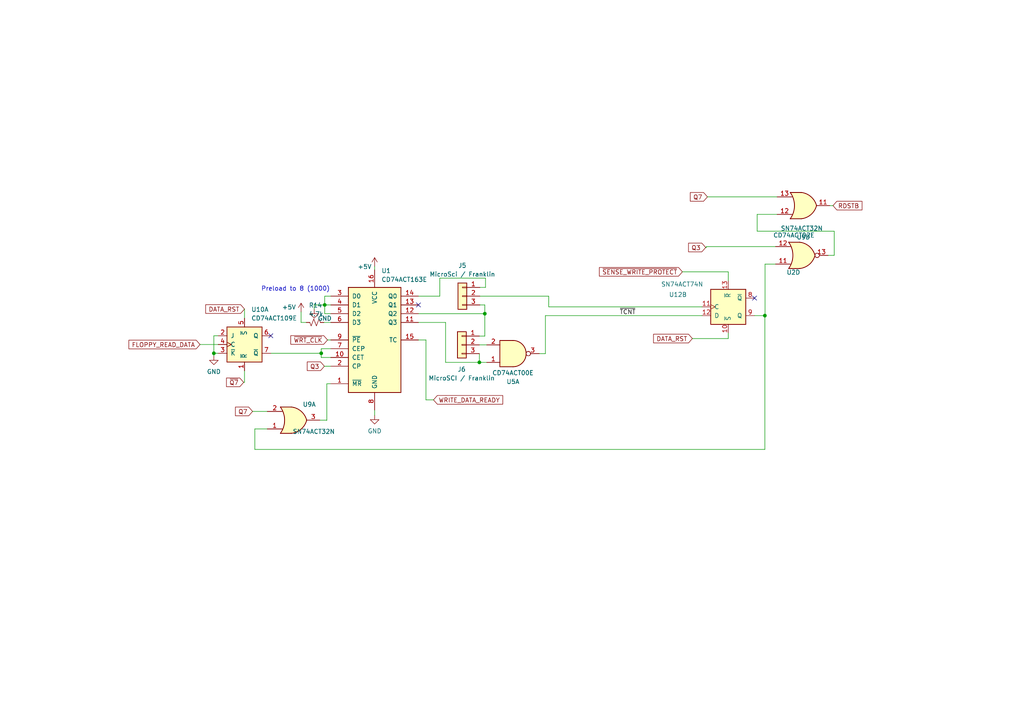
<source format=kicad_sch>
(kicad_sch (version 20230121) (generator eeschema)
  (paper "A4")
  (lib_symbols
    (symbol "74xx:74LS00" (pin_names (offset 1.016))
      (property "Reference" "U" (at 0 1.27 0))
      (property "Value" "74LS00" (at 0 -1.27 0))
      (symbol "74LS00_1_1"
        (arc (start 0 -3.81) (mid 3.7934 0) (end 0 3.81) (stroke (width 0.254)) (fill (type background)))
        (polyline (pts (xy 0 3.81) (xy -3.81 3.81) (xy -3.81 -3.81) (xy 0 -3.81)) (stroke (width 0.254)) (fill (type background)))
        (pin input line (at -7.62 2.54 0) (length 3.81) (name "~") (number "1"))
        (pin input line (at -7.62 -2.54 0) (length 3.81) (name "~") (number "2"))
        (pin output inverted (at 7.62 0 180) (length 3.81) (name "~") (number "3"))
      )
      (symbol "74LS00_1_2"
        (arc (start -3.81 -3.81) (mid -2.589 0) (end -3.81 3.81) (stroke (width 0.254)))
        (arc (start -0.6096 -3.81) (mid 2.1842 -2.5851) (end 3.81 0) (stroke (width 0.254)) (fill (type background)))
        (polyline (pts (xy -3.81 -3.81) (xy -0.635 -3.81)) (stroke (width 0.254)) (fill (type background)))
        (polyline (pts (xy -3.81 3.81) (xy -0.635 3.81)) (stroke (width 0.254)) (fill (type background)))
        (polyline (pts (xy -0.635 3.81) (xy -3.81 3.81) (xy -3.81 3.81) (xy -3.556 3.4036) (xy -3.0226 2.2606) (xy -2.6924 1.0414) (xy -2.6162 -0.254) (xy -2.7686 -1.4986) (xy -3.175 -2.7178) (xy -3.81 -3.81) (xy -3.81 -3.81) (xy -0.635 -3.81)) (stroke (width -25.4)) (fill (type background)))
        (arc (start 3.81 0) (mid 2.1915 2.5936) (end -0.6096 3.81) (stroke (width 0.254)) (fill (type background)))
        (pin input inverted (at -7.62 2.54 0) (length 4.318) (name "~") (number "1"))
        (pin input inverted (at -7.62 -2.54 0) (length 4.318) (name "~") (number "2"))
        (pin output line (at 7.62 0 180) (length 3.81) (name "~") (number "3"))
      )
      (symbol "74LS00_2_1"
        (arc (start 0 -3.81) (mid 3.7934 0) (end 0 3.81) (stroke (width 0.254)) (fill (type background)))
        (polyline (pts (xy 0 3.81) (xy -3.81 3.81) (xy -3.81 -3.81) (xy 0 -3.81)) (stroke (width 0.254)) (fill (type background)))
        (pin input line (at -7.62 2.54 0) (length 3.81) (name "~") (number "4"))
        (pin input line (at -7.62 -2.54 0) (length 3.81) (name "~") (number "5"))
        (pin output inverted (at 7.62 0 180) (length 3.81) (name "~") (number "6"))
      )
      (symbol "74LS00_2_2"
        (arc (start -3.81 -3.81) (mid -2.589 0) (end -3.81 3.81) (stroke (width 0.254)))
        (arc (start -0.6096 -3.81) (mid 2.1842 -2.5851) (end 3.81 0) (stroke (width 0.254)) (fill (type background)))
        (polyline (pts (xy -3.81 -3.81) (xy -0.635 -3.81)) (stroke (width 0.254)) (fill (type background)))
        (polyline (pts (xy -3.81 3.81) (xy -0.635 3.81)) (stroke (width 0.254)) (fill (type background)))
        (polyline (pts (xy -0.635 3.81) (xy -3.81 3.81) (xy -3.81 3.81) (xy -3.556 3.4036) (xy -3.0226 2.2606) (xy -2.6924 1.0414) (xy -2.6162 -0.254) (xy -2.7686 -1.4986) (xy -3.175 -2.7178) (xy -3.81 -3.81) (xy -3.81 -3.81) (xy -0.635 -3.81)) (stroke (width -25.4)) (fill (type background)))
        (arc (start 3.81 0) (mid 2.1915 2.5936) (end -0.6096 3.81) (stroke (width 0.254)) (fill (type background)))
        (pin input inverted (at -7.62 2.54 0) (length 4.318) (name "~") (number "4"))
        (pin input inverted (at -7.62 -2.54 0) (length 4.318) (name "~") (number "5"))
        (pin output line (at 7.62 0 180) (length 3.81) (name "~") (number "6"))
      )
      (symbol "74LS00_3_1"
        (arc (start 0 -3.81) (mid 3.7934 0) (end 0 3.81) (stroke (width 0.254)) (fill (type background)))
        (polyline (pts (xy 0 3.81) (xy -3.81 3.81) (xy -3.81 -3.81) (xy 0 -3.81)) (stroke (width 0.254)) (fill (type background)))
        (pin input line (at -7.62 -2.54 0) (length 3.81) (name "~") (number "10"))
        (pin output inverted (at 7.62 0 180) (length 3.81) (name "~") (number "8"))
        (pin input line (at -7.62 2.54 0) (length 3.81) (name "~") (number "9"))
      )
      (symbol "74LS00_3_2"
        (arc (start -3.81 -3.81) (mid -2.589 0) (end -3.81 3.81) (stroke (width 0.254)))
        (arc (start -0.6096 -3.81) (mid 2.1842 -2.5851) (end 3.81 0) (stroke (width 0.254)) (fill (type background)))
        (polyline (pts (xy -3.81 -3.81) (xy -0.635 -3.81)) (stroke (width 0.254)) (fill (type background)))
        (polyline (pts (xy -3.81 3.81) (xy -0.635 3.81)) (stroke (width 0.254)) (fill (type background)))
        (polyline (pts (xy -0.635 3.81) (xy -3.81 3.81) (xy -3.81 3.81) (xy -3.556 3.4036) (xy -3.0226 2.2606) (xy -2.6924 1.0414) (xy -2.6162 -0.254) (xy -2.7686 -1.4986) (xy -3.175 -2.7178) (xy -3.81 -3.81) (xy -3.81 -3.81) (xy -0.635 -3.81)) (stroke (width -25.4)) (fill (type background)))
        (arc (start 3.81 0) (mid 2.1915 2.5936) (end -0.6096 3.81) (stroke (width 0.254)) (fill (type background)))
        (pin input inverted (at -7.62 -2.54 0) (length 4.318) (name "~") (number "10"))
        (pin output line (at 7.62 0 180) (length 3.81) (name "~") (number "8"))
        (pin input inverted (at -7.62 2.54 0) (length 4.318) (name "~") (number "9"))
      )
      (symbol "74LS00_4_1"
        (arc (start 0 -3.81) (mid 3.7934 0) (end 0 3.81) (stroke (width 0.254)) (fill (type background)))
        (polyline (pts (xy 0 3.81) (xy -3.81 3.81) (xy -3.81 -3.81) (xy 0 -3.81)) (stroke (width 0.254)) (fill (type background)))
        (pin output inverted (at 7.62 0 180) (length 3.81) (name "~") (number "11"))
        (pin input line (at -7.62 2.54 0) (length 3.81) (name "~") (number "12"))
        (pin input line (at -7.62 -2.54 0) (length 3.81) (name "~") (number "13"))
      )
      (symbol "74LS00_4_2"
        (arc (start -3.81 -3.81) (mid -2.589 0) (end -3.81 3.81) (stroke (width 0.254)))
        (arc (start -0.6096 -3.81) (mid 2.1842 -2.5851) (end 3.81 0) (stroke (width 0.254)) (fill (type background)))
        (polyline (pts (xy -3.81 -3.81) (xy -0.635 -3.81)) (stroke (width 0.254)) (fill (type background)))
        (polyline (pts (xy -3.81 3.81) (xy -0.635 3.81)) (stroke (width 0.254)) (fill (type background)))
        (polyline (pts (xy -0.635 3.81) (xy -3.81 3.81) (xy -3.81 3.81) (xy -3.556 3.4036) (xy -3.0226 2.2606) (xy -2.6924 1.0414) (xy -2.6162 -0.254) (xy -2.7686 -1.4986) (xy -3.175 -2.7178) (xy -3.81 -3.81) (xy -3.81 -3.81) (xy -0.635 -3.81)) (stroke (width -25.4)) (fill (type background)))
        (arc (start 3.81 0) (mid 2.1915 2.5936) (end -0.6096 3.81) (stroke (width 0.254)) (fill (type background)))
        (pin output line (at 7.62 0 180) (length 3.81) (name "~") (number "11"))
        (pin input inverted (at -7.62 2.54 0) (length 4.318) (name "~") (number "12"))
        (pin input inverted (at -7.62 -2.54 0) (length 4.318) (name "~") (number "13"))
      )
      (symbol "74LS00_5_0"
        (pin power_in line (at 0 12.7 270) (length 5.08) (name "VCC") (number "14"))
        (pin power_in line (at 0 -12.7 90) (length 5.08) (name "GND") (number "7"))
      )
      (symbol "74LS00_5_1"
        (rectangle (start -5.08 7.62) (end 5.08 -7.62) (stroke (width 0.254)) (fill (type background)))
      )
    )
    (symbol "74xx:74LS02" (pin_names (offset 1.016))
      (property "Reference" "U" (at 0 1.27 0))
      (property "Value" "74LS02" (at 0 -1.27 0))
      (symbol "74LS02_1_1"
        (arc (start -3.81 -3.81) (mid -2.589 0) (end -3.81 3.81) (stroke (width 0.254)))
        (arc (start -0.6096 -3.81) (mid 2.1842 -2.5851) (end 3.81 0) (stroke (width 0.254)) (fill (type background)))
        (polyline (pts (xy -3.81 -3.81) (xy -0.635 -3.81)) (stroke (width 0.254)) (fill (type background)))
        (polyline (pts (xy -3.81 3.81) (xy -0.635 3.81)) (stroke (width 0.254)) (fill (type background)))
        (polyline (pts (xy -0.635 3.81) (xy -3.81 3.81) (xy -3.81 3.81) (xy -3.556 3.4036) (xy -3.0226 2.2606) (xy -2.6924 1.0414) (xy -2.6162 -0.254) (xy -2.7686 -1.4986) (xy -3.175 -2.7178) (xy -3.81 -3.81) (xy -3.81 -3.81) (xy -0.635 -3.81)) (stroke (width -25.4)) (fill (type background)))
        (arc (start 3.81 0) (mid 2.1915 2.5936) (end -0.6096 3.81) (stroke (width 0.254)) (fill (type background)))
        (pin output inverted (at 7.62 0 180) (length 3.81) (name "~") (number "1"))
        (pin input line (at -7.62 2.54 0) (length 4.318) (name "~") (number "2"))
        (pin input line (at -7.62 -2.54 0) (length 4.318) (name "~") (number "3"))
      )
      (symbol "74LS02_1_2"
        (arc (start 0 -3.81) (mid 3.7934 0) (end 0 3.81) (stroke (width 0.254)) (fill (type background)))
        (polyline (pts (xy 0 3.81) (xy -3.81 3.81) (xy -3.81 -3.81) (xy 0 -3.81)) (stroke (width 0.254)) (fill (type background)))
        (pin output line (at 7.62 0 180) (length 3.81) (name "~") (number "1"))
        (pin input inverted (at -7.62 2.54 0) (length 3.81) (name "~") (number "2"))
        (pin input inverted (at -7.62 -2.54 0) (length 3.81) (name "~") (number "3"))
      )
      (symbol "74LS02_2_1"
        (arc (start -3.81 -3.81) (mid -2.589 0) (end -3.81 3.81) (stroke (width 0.254)))
        (arc (start -0.6096 -3.81) (mid 2.1842 -2.5851) (end 3.81 0) (stroke (width 0.254)) (fill (type background)))
        (polyline (pts (xy -3.81 -3.81) (xy -0.635 -3.81)) (stroke (width 0.254)) (fill (type background)))
        (polyline (pts (xy -3.81 3.81) (xy -0.635 3.81)) (stroke (width 0.254)) (fill (type background)))
        (polyline (pts (xy -0.635 3.81) (xy -3.81 3.81) (xy -3.81 3.81) (xy -3.556 3.4036) (xy -3.0226 2.2606) (xy -2.6924 1.0414) (xy -2.6162 -0.254) (xy -2.7686 -1.4986) (xy -3.175 -2.7178) (xy -3.81 -3.81) (xy -3.81 -3.81) (xy -0.635 -3.81)) (stroke (width -25.4)) (fill (type background)))
        (arc (start 3.81 0) (mid 2.1915 2.5936) (end -0.6096 3.81) (stroke (width 0.254)) (fill (type background)))
        (pin output inverted (at 7.62 0 180) (length 3.81) (name "~") (number "4"))
        (pin input line (at -7.62 2.54 0) (length 4.318) (name "~") (number "5"))
        (pin input line (at -7.62 -2.54 0) (length 4.318) (name "~") (number "6"))
      )
      (symbol "74LS02_2_2"
        (arc (start 0 -3.81) (mid 3.7934 0) (end 0 3.81) (stroke (width 0.254)) (fill (type background)))
        (polyline (pts (xy 0 3.81) (xy -3.81 3.81) (xy -3.81 -3.81) (xy 0 -3.81)) (stroke (width 0.254)) (fill (type background)))
        (pin output line (at 7.62 0 180) (length 3.81) (name "~") (number "4"))
        (pin input inverted (at -7.62 2.54 0) (length 3.81) (name "~") (number "5"))
        (pin input inverted (at -7.62 -2.54 0) (length 3.81) (name "~") (number "6"))
      )
      (symbol "74LS02_3_1"
        (arc (start -3.81 -3.81) (mid -2.589 0) (end -3.81 3.81) (stroke (width 0.254)))
        (arc (start -0.6096 -3.81) (mid 2.1842 -2.5851) (end 3.81 0) (stroke (width 0.254)) (fill (type background)))
        (polyline (pts (xy -3.81 -3.81) (xy -0.635 -3.81)) (stroke (width 0.254)) (fill (type background)))
        (polyline (pts (xy -3.81 3.81) (xy -0.635 3.81)) (stroke (width 0.254)) (fill (type background)))
        (polyline (pts (xy -0.635 3.81) (xy -3.81 3.81) (xy -3.81 3.81) (xy -3.556 3.4036) (xy -3.0226 2.2606) (xy -2.6924 1.0414) (xy -2.6162 -0.254) (xy -2.7686 -1.4986) (xy -3.175 -2.7178) (xy -3.81 -3.81) (xy -3.81 -3.81) (xy -0.635 -3.81)) (stroke (width -25.4)) (fill (type background)))
        (arc (start 3.81 0) (mid 2.1915 2.5936) (end -0.6096 3.81) (stroke (width 0.254)) (fill (type background)))
        (pin output inverted (at 7.62 0 180) (length 3.81) (name "~") (number "10"))
        (pin input line (at -7.62 2.54 0) (length 4.318) (name "~") (number "8"))
        (pin input line (at -7.62 -2.54 0) (length 4.318) (name "~") (number "9"))
      )
      (symbol "74LS02_3_2"
        (arc (start 0 -3.81) (mid 3.7934 0) (end 0 3.81) (stroke (width 0.254)) (fill (type background)))
        (polyline (pts (xy 0 3.81) (xy -3.81 3.81) (xy -3.81 -3.81) (xy 0 -3.81)) (stroke (width 0.254)) (fill (type background)))
        (pin output line (at 7.62 0 180) (length 3.81) (name "~") (number "10"))
        (pin input inverted (at -7.62 2.54 0) (length 3.81) (name "~") (number "8"))
        (pin input inverted (at -7.62 -2.54 0) (length 3.81) (name "~") (number "9"))
      )
      (symbol "74LS02_4_1"
        (arc (start -3.81 -3.81) (mid -2.589 0) (end -3.81 3.81) (stroke (width 0.254)))
        (arc (start -0.6096 -3.81) (mid 2.1842 -2.5851) (end 3.81 0) (stroke (width 0.254)) (fill (type background)))
        (polyline (pts (xy -3.81 -3.81) (xy -0.635 -3.81)) (stroke (width 0.254)) (fill (type background)))
        (polyline (pts (xy -3.81 3.81) (xy -0.635 3.81)) (stroke (width 0.254)) (fill (type background)))
        (polyline (pts (xy -0.635 3.81) (xy -3.81 3.81) (xy -3.81 3.81) (xy -3.556 3.4036) (xy -3.0226 2.2606) (xy -2.6924 1.0414) (xy -2.6162 -0.254) (xy -2.7686 -1.4986) (xy -3.175 -2.7178) (xy -3.81 -3.81) (xy -3.81 -3.81) (xy -0.635 -3.81)) (stroke (width -25.4)) (fill (type background)))
        (arc (start 3.81 0) (mid 2.1915 2.5936) (end -0.6096 3.81) (stroke (width 0.254)) (fill (type background)))
        (pin input line (at -7.62 2.54 0) (length 4.318) (name "~") (number "11"))
        (pin input line (at -7.62 -2.54 0) (length 4.318) (name "~") (number "12"))
        (pin output inverted (at 7.62 0 180) (length 3.81) (name "~") (number "13"))
      )
      (symbol "74LS02_4_2"
        (arc (start 0 -3.81) (mid 3.7934 0) (end 0 3.81) (stroke (width 0.254)) (fill (type background)))
        (polyline (pts (xy 0 3.81) (xy -3.81 3.81) (xy -3.81 -3.81) (xy 0 -3.81)) (stroke (width 0.254)) (fill (type background)))
        (pin input inverted (at -7.62 2.54 0) (length 3.81) (name "~") (number "11"))
        (pin input inverted (at -7.62 -2.54 0) (length 3.81) (name "~") (number "12"))
        (pin output line (at 7.62 0 180) (length 3.81) (name "~") (number "13"))
      )
      (symbol "74LS02_5_0"
        (pin power_in line (at 0 12.7 270) (length 5.08) (name "VCC") (number "14"))
        (pin power_in line (at 0 -12.7 90) (length 5.08) (name "GND") (number "7"))
      )
      (symbol "74LS02_5_1"
        (rectangle (start -5.08 7.62) (end 5.08 -7.62) (stroke (width 0.254)) (fill (type background)))
      )
    )
    (symbol "74xx:74LS109" (pin_names (offset 1.016))
      (property "Reference" "U" (at -7.62 8.89 0))
      (property "Value" "74LS109" (at -7.62 -8.89 0))
      (symbol "74LS109_1_0"
        (pin input line (at 0 -7.62 90) (length 2.54) (name "~{R}") (number "1"))
        (pin input line (at -7.62 2.54 0) (length 2.54) (name "J") (number "2"))
        (pin input line (at -7.62 -2.54 0) (length 2.54) (name "~{K}") (number "3"))
        (pin input clock (at -7.62 0 0) (length 2.54) (name "C") (number "4"))
        (pin input line (at 0 7.62 270) (length 2.54) (name "~{S}") (number "5"))
        (pin output line (at 7.62 2.54 180) (length 2.54) (name "Q") (number "6"))
        (pin output line (at 7.62 -2.54 180) (length 2.54) (name "~{Q}") (number "7"))
      )
      (symbol "74LS109_1_1"
        (rectangle (start -5.08 5.08) (end 5.08 -5.08) (stroke (width 0.254)) (fill (type background)))
      )
      (symbol "74LS109_2_0"
        (pin output line (at 7.62 2.54 180) (length 2.54) (name "Q") (number "10"))
        (pin input line (at 0 7.62 270) (length 2.54) (name "~{S}") (number "11"))
        (pin input clock (at -7.62 0 0) (length 2.54) (name "C") (number "12"))
        (pin input line (at -7.62 -2.54 0) (length 2.54) (name "~{K}") (number "13"))
        (pin input line (at -7.62 2.54 0) (length 2.54) (name "J") (number "14"))
        (pin input line (at 0 -7.62 90) (length 2.54) (name "~{R}") (number "15"))
        (pin output line (at 7.62 -2.54 180) (length 2.54) (name "~{Q}") (number "9"))
      )
      (symbol "74LS109_2_1"
        (rectangle (start -5.08 5.08) (end 5.08 -5.08) (stroke (width 0.254)) (fill (type background)))
      )
      (symbol "74LS109_3_0"
        (pin power_in line (at 0 10.16 270) (length 2.54) (name "VCC") (number "16"))
        (pin power_in line (at 0 -10.16 90) (length 2.54) (name "GND") (number "8"))
      )
      (symbol "74LS109_3_1"
        (rectangle (start -5.08 7.62) (end 5.08 -7.62) (stroke (width 0.254)) (fill (type background)))
      )
    )
    (symbol "74xx:74LS163" (pin_names (offset 1.016))
      (property "Reference" "U" (at -7.62 16.51 0))
      (property "Value" "74LS163" (at -7.62 -16.51 0))
      (symbol "74LS163_1_0"
        (pin input line (at -12.7 -12.7 0) (length 5.08) (name "~{MR}") (number "1"))
        (pin input line (at -12.7 -5.08 0) (length 5.08) (name "CET") (number "10"))
        (pin output line (at 12.7 5.08 180) (length 5.08) (name "Q3") (number "11"))
        (pin output line (at 12.7 7.62 180) (length 5.08) (name "Q2") (number "12"))
        (pin output line (at 12.7 10.16 180) (length 5.08) (name "Q1") (number "13"))
        (pin output line (at 12.7 12.7 180) (length 5.08) (name "Q0") (number "14"))
        (pin output line (at 12.7 0 180) (length 5.08) (name "TC") (number "15"))
        (pin power_in line (at 0 20.32 270) (length 5.08) (name "VCC") (number "16"))
        (pin input line (at -12.7 -7.62 0) (length 5.08) (name "CP") (number "2"))
        (pin input line (at -12.7 12.7 0) (length 5.08) (name "D0") (number "3"))
        (pin input line (at -12.7 10.16 0) (length 5.08) (name "D1") (number "4"))
        (pin input line (at -12.7 7.62 0) (length 5.08) (name "D2") (number "5"))
        (pin input line (at -12.7 5.08 0) (length 5.08) (name "D3") (number "6"))
        (pin input line (at -12.7 -2.54 0) (length 5.08) (name "CEP") (number "7"))
        (pin power_in line (at 0 -20.32 90) (length 5.08) (name "GND") (number "8"))
        (pin input line (at -12.7 0 0) (length 5.08) (name "~{PE}") (number "9"))
      )
      (symbol "74LS163_1_1"
        (rectangle (start -7.62 15.24) (end 7.62 -15.24) (stroke (width 0.254)) (fill (type background)))
      )
    )
    (symbol "74xx:74LS32" (pin_names (offset 1.016))
      (property "Reference" "U" (at 0 1.27 0))
      (property "Value" "74LS32" (at 0 -1.27 0))
      (symbol "74LS32_1_1"
        (arc (start -3.81 -3.81) (mid -2.589 0) (end -3.81 3.81) (stroke (width 0.254)))
        (arc (start -0.6096 -3.81) (mid 2.1842 -2.5851) (end 3.81 0) (stroke (width 0.254)) (fill (type background)))
        (polyline (pts (xy -3.81 -3.81) (xy -0.635 -3.81)) (stroke (width 0.254)) (fill (type background)))
        (polyline (pts (xy -3.81 3.81) (xy -0.635 3.81)) (stroke (width 0.254)) (fill (type background)))
        (polyline (pts (xy -0.635 3.81) (xy -3.81 3.81) (xy -3.81 3.81) (xy -3.556 3.4036) (xy -3.0226 2.2606) (xy -2.6924 1.0414) (xy -2.6162 -0.254) (xy -2.7686 -1.4986) (xy -3.175 -2.7178) (xy -3.81 -3.81) (xy -3.81 -3.81) (xy -0.635 -3.81)) (stroke (width -25.4)) (fill (type background)))
        (arc (start 3.81 0) (mid 2.1915 2.5936) (end -0.6096 3.81) (stroke (width 0.254)) (fill (type background)))
        (pin input line (at -7.62 2.54 0) (length 4.318) (name "~") (number "1"))
        (pin input line (at -7.62 -2.54 0) (length 4.318) (name "~") (number "2"))
        (pin output line (at 7.62 0 180) (length 3.81) (name "~") (number "3"))
      )
      (symbol "74LS32_1_2"
        (arc (start 0 -3.81) (mid 3.7934 0) (end 0 3.81) (stroke (width 0.254)) (fill (type background)))
        (polyline (pts (xy 0 3.81) (xy -3.81 3.81) (xy -3.81 -3.81) (xy 0 -3.81)) (stroke (width 0.254)) (fill (type background)))
        (pin input inverted (at -7.62 2.54 0) (length 3.81) (name "~") (number "1"))
        (pin input inverted (at -7.62 -2.54 0) (length 3.81) (name "~") (number "2"))
        (pin output inverted (at 7.62 0 180) (length 3.81) (name "~") (number "3"))
      )
      (symbol "74LS32_2_1"
        (arc (start -3.81 -3.81) (mid -2.589 0) (end -3.81 3.81) (stroke (width 0.254)))
        (arc (start -0.6096 -3.81) (mid 2.1842 -2.5851) (end 3.81 0) (stroke (width 0.254)) (fill (type background)))
        (polyline (pts (xy -3.81 -3.81) (xy -0.635 -3.81)) (stroke (width 0.254)) (fill (type background)))
        (polyline (pts (xy -3.81 3.81) (xy -0.635 3.81)) (stroke (width 0.254)) (fill (type background)))
        (polyline (pts (xy -0.635 3.81) (xy -3.81 3.81) (xy -3.81 3.81) (xy -3.556 3.4036) (xy -3.0226 2.2606) (xy -2.6924 1.0414) (xy -2.6162 -0.254) (xy -2.7686 -1.4986) (xy -3.175 -2.7178) (xy -3.81 -3.81) (xy -3.81 -3.81) (xy -0.635 -3.81)) (stroke (width -25.4)) (fill (type background)))
        (arc (start 3.81 0) (mid 2.1915 2.5936) (end -0.6096 3.81) (stroke (width 0.254)) (fill (type background)))
        (pin input line (at -7.62 2.54 0) (length 4.318) (name "~") (number "4"))
        (pin input line (at -7.62 -2.54 0) (length 4.318) (name "~") (number "5"))
        (pin output line (at 7.62 0 180) (length 3.81) (name "~") (number "6"))
      )
      (symbol "74LS32_2_2"
        (arc (start 0 -3.81) (mid 3.7934 0) (end 0 3.81) (stroke (width 0.254)) (fill (type background)))
        (polyline (pts (xy 0 3.81) (xy -3.81 3.81) (xy -3.81 -3.81) (xy 0 -3.81)) (stroke (width 0.254)) (fill (type background)))
        (pin input inverted (at -7.62 2.54 0) (length 3.81) (name "~") (number "4"))
        (pin input inverted (at -7.62 -2.54 0) (length 3.81) (name "~") (number "5"))
        (pin output inverted (at 7.62 0 180) (length 3.81) (name "~") (number "6"))
      )
      (symbol "74LS32_3_1"
        (arc (start -3.81 -3.81) (mid -2.589 0) (end -3.81 3.81) (stroke (width 0.254)))
        (arc (start -0.6096 -3.81) (mid 2.1842 -2.5851) (end 3.81 0) (stroke (width 0.254)) (fill (type background)))
        (polyline (pts (xy -3.81 -3.81) (xy -0.635 -3.81)) (stroke (width 0.254)) (fill (type background)))
        (polyline (pts (xy -3.81 3.81) (xy -0.635 3.81)) (stroke (width 0.254)) (fill (type background)))
        (polyline (pts (xy -0.635 3.81) (xy -3.81 3.81) (xy -3.81 3.81) (xy -3.556 3.4036) (xy -3.0226 2.2606) (xy -2.6924 1.0414) (xy -2.6162 -0.254) (xy -2.7686 -1.4986) (xy -3.175 -2.7178) (xy -3.81 -3.81) (xy -3.81 -3.81) (xy -0.635 -3.81)) (stroke (width -25.4)) (fill (type background)))
        (arc (start 3.81 0) (mid 2.1915 2.5936) (end -0.6096 3.81) (stroke (width 0.254)) (fill (type background)))
        (pin input line (at -7.62 -2.54 0) (length 4.318) (name "~") (number "10"))
        (pin output line (at 7.62 0 180) (length 3.81) (name "~") (number "8"))
        (pin input line (at -7.62 2.54 0) (length 4.318) (name "~") (number "9"))
      )
      (symbol "74LS32_3_2"
        (arc (start 0 -3.81) (mid 3.7934 0) (end 0 3.81) (stroke (width 0.254)) (fill (type background)))
        (polyline (pts (xy 0 3.81) (xy -3.81 3.81) (xy -3.81 -3.81) (xy 0 -3.81)) (stroke (width 0.254)) (fill (type background)))
        (pin input inverted (at -7.62 -2.54 0) (length 3.81) (name "~") (number "10"))
        (pin output inverted (at 7.62 0 180) (length 3.81) (name "~") (number "8"))
        (pin input inverted (at -7.62 2.54 0) (length 3.81) (name "~") (number "9"))
      )
      (symbol "74LS32_4_1"
        (arc (start -3.81 -3.81) (mid -2.589 0) (end -3.81 3.81) (stroke (width 0.254)))
        (arc (start -0.6096 -3.81) (mid 2.1842 -2.5851) (end 3.81 0) (stroke (width 0.254)) (fill (type background)))
        (polyline (pts (xy -3.81 -3.81) (xy -0.635 -3.81)) (stroke (width 0.254)) (fill (type background)))
        (polyline (pts (xy -3.81 3.81) (xy -0.635 3.81)) (stroke (width 0.254)) (fill (type background)))
        (polyline (pts (xy -0.635 3.81) (xy -3.81 3.81) (xy -3.81 3.81) (xy -3.556 3.4036) (xy -3.0226 2.2606) (xy -2.6924 1.0414) (xy -2.6162 -0.254) (xy -2.7686 -1.4986) (xy -3.175 -2.7178) (xy -3.81 -3.81) (xy -3.81 -3.81) (xy -0.635 -3.81)) (stroke (width -25.4)) (fill (type background)))
        (arc (start 3.81 0) (mid 2.1915 2.5936) (end -0.6096 3.81) (stroke (width 0.254)) (fill (type background)))
        (pin output line (at 7.62 0 180) (length 3.81) (name "~") (number "11"))
        (pin input line (at -7.62 2.54 0) (length 4.318) (name "~") (number "12"))
        (pin input line (at -7.62 -2.54 0) (length 4.318) (name "~") (number "13"))
      )
      (symbol "74LS32_4_2"
        (arc (start 0 -3.81) (mid 3.7934 0) (end 0 3.81) (stroke (width 0.254)) (fill (type background)))
        (polyline (pts (xy 0 3.81) (xy -3.81 3.81) (xy -3.81 -3.81) (xy 0 -3.81)) (stroke (width 0.254)) (fill (type background)))
        (pin output inverted (at 7.62 0 180) (length 3.81) (name "~") (number "11"))
        (pin input inverted (at -7.62 2.54 0) (length 3.81) (name "~") (number "12"))
        (pin input inverted (at -7.62 -2.54 0) (length 3.81) (name "~") (number "13"))
      )
      (symbol "74LS32_5_0"
        (pin power_in line (at 0 12.7 270) (length 5.08) (name "VCC") (number "14"))
        (pin power_in line (at 0 -12.7 90) (length 5.08) (name "GND") (number "7"))
      )
      (symbol "74LS32_5_1"
        (rectangle (start -5.08 7.62) (end 5.08 -7.62) (stroke (width 0.254)) (fill (type background)))
      )
    )
    (symbol "74xx:74LS74" (pin_names (offset 1.016))
      (property "Reference" "U" (at -7.62 8.89 0))
      (property "Value" "74LS74" (at -7.62 -8.89 0))
      (symbol "74LS74_1_0"
        (pin input line (at 0 -7.62 90) (length 2.54) (name "~{R}") (number "1"))
        (pin input line (at -7.62 2.54 0) (length 2.54) (name "D") (number "2"))
        (pin input clock (at -7.62 0 0) (length 2.54) (name "C") (number "3"))
        (pin input line (at 0 7.62 270) (length 2.54) (name "~{S}") (number "4"))
        (pin output line (at 7.62 2.54 180) (length 2.54) (name "Q") (number "5"))
        (pin output line (at 7.62 -2.54 180) (length 2.54) (name "~{Q}") (number "6"))
      )
      (symbol "74LS74_1_1"
        (rectangle (start -5.08 5.08) (end 5.08 -5.08) (stroke (width 0.254)) (fill (type background)))
      )
      (symbol "74LS74_2_0"
        (pin input line (at 0 7.62 270) (length 2.54) (name "~{S}") (number "10"))
        (pin input clock (at -7.62 0 0) (length 2.54) (name "C") (number "11"))
        (pin input line (at -7.62 2.54 0) (length 2.54) (name "D") (number "12"))
        (pin input line (at 0 -7.62 90) (length 2.54) (name "~{R}") (number "13"))
        (pin output line (at 7.62 -2.54 180) (length 2.54) (name "~{Q}") (number "8"))
        (pin output line (at 7.62 2.54 180) (length 2.54) (name "Q") (number "9"))
      )
      (symbol "74LS74_2_1"
        (rectangle (start -5.08 5.08) (end 5.08 -5.08) (stroke (width 0.254)) (fill (type background)))
      )
      (symbol "74LS74_3_0"
        (pin power_in line (at 0 10.16 270) (length 2.54) (name "VCC") (number "14"))
        (pin power_in line (at 0 -10.16 90) (length 2.54) (name "GND") (number "7"))
      )
      (symbol "74LS74_3_1"
        (rectangle (start -5.08 7.62) (end 5.08 -7.62) (stroke (width 0.254)) (fill (type background)))
      )
    )
    (symbol "Connector_Generic:Conn_01x03" (pin_names (offset 1.016) hide)
      (property "Reference" "J" (at 0 5.08 0))
      (property "Value" "Conn_01x03" (at 0 -5.08 0))
      (symbol "Conn_01x03_1_1"
        (rectangle (start -1.27 -2.413) (end 0 -2.667) (stroke (width 0.1524)))
        (rectangle (start -1.27 0.127) (end 0 -0.127) (stroke (width 0.1524)))
        (rectangle (start -1.27 2.667) (end 0 2.413) (stroke (width 0.1524)))
        (rectangle (start -1.27 3.81) (end 1.27 -3.81) (stroke (width 0.254)) (fill (type background)))
        (pin passive line (at -5.08 2.54 0) (length 3.81) (name "Pin_1") (number "1"))
        (pin passive line (at -5.08 0 0) (length 3.81) (name "Pin_2") (number "2"))
        (pin passive line (at -5.08 -2.54 0) (length 3.81) (name "Pin_3") (number "3"))
      )
    )
    (symbol "Device:R_Small_US" (pin_numbers hide) (pin_names (offset 0.254) hide)
      (property "Reference" "R" (at 0.762 0.508 0))
      (property "Value" "R_Small_US" (at 0.762 -1.016 0))
      (symbol "R_Small_US_1_1"
        (polyline (pts (xy 0 0) (xy 1.016 -0.381) (xy 0 -0.762) (xy -1.016 -1.143) (xy 0 -1.524)))
        (polyline (pts (xy 0 1.524) (xy 1.016 1.143) (xy 0 0.762) (xy -1.016 0.381) (xy 0 0)))
        (pin passive line (at 0 2.54 270) (length 1.016) (name "~") (number "1"))
        (pin passive line (at 0 -2.54 90) (length 1.016) (name "~") (number "2"))
      )
    )
    (symbol "power:+5V" (power) (pin_names (offset 0))
      (property "Value" "+5V" (at 0 3.556 0))
      (symbol "+5V_0_1"
        (polyline (pts (xy -0.762 1.27) (xy 0 2.54)))
        (polyline (pts (xy 0 0) (xy 0 2.54)))
        (polyline (pts (xy 0 2.54) (xy 0.762 1.27)))
      )
      (symbol "+5V_1_1"
        (pin power_in line (at 0 0 90) (length 0) hide (name "+5V") (number "1"))
      )
    )
    (symbol "power:GND" (power) (pin_names (offset 0))
      (property "Value" "GND" (at 0 -3.81 0))
      (symbol "GND_0_1"
        (polyline (pts (xy 0 0) (xy 0 -1.27) (xy 1.27 -1.27) (xy 0 -2.54) (xy -1.27 -1.27) (xy 0 -1.27)))
      )
      (symbol "GND_1_1"
        (pin power_in line (at 0 0 270) (length 0) hide (name "GND") (number "1"))
      )
    )
  )
  (junction (at 62.0268 102.4636))
  (junction (at 140.6144 90.9828))
  (junction (at 221.8436 91.5416))
  (junction (at 139.0396 105.1052))
  (junction (at 94.1832 88.4428))
  (junction (at 93.1672 102.4636))
  (no_connect (at 78.5368 97.3836))
  (no_connect (at 218.8464 86.4616))
  (no_connect (at 121.3612 88.4428))
  (wire (pts (xy 94.1832 88.4428) (xy 95.9612 88.4428)))
  (wire (pts (xy 73.914 124.4092) (xy 77.5208 124.4092)))
  (wire (pts (xy 88.8492 93.5228) (xy 87.3252 93.5228)))
  (wire (pts (xy 221.8944 76.6064) (xy 224.9424 76.6064)))
  (wire (pts (xy 94.7928 111.3028) (xy 94.7928 121.92)))
  (wire (pts (xy 219.6084 62.1792) (xy 225.3996 62.1792)))
  (wire (pts (xy 139.0396 100.0252) (xy 141.1732 100.0252)))
  (wire (pts (xy 70.9168 92.3036) (xy 70.9168 89.6366)))
  (wire (pts (xy 63.2968 97.3836) (xy 62.0268 97.3836)))
  (wire (pts (xy 204.8764 71.7804) (xy 204.8764 71.5264)))
  (wire (pts (xy 70.9168 107.5436) (xy 70.9168 110.8964)))
  (wire (pts (xy 219.6084 67.056) (xy 241.9604 67.056)))
  (wire (pts (xy 221.8944 76.6064) (xy 221.8944 91.5416)))
  (wire (pts (xy 108.6612 118.9228) (xy 108.6612 120.4468)))
  (wire (pts (xy 139.0396 105.1052) (xy 129.2352 105.1052)))
  (wire (pts (xy 91.1352 88.4428) (xy 94.1832 88.4428)))
  (wire (pts (xy 58.0136 99.9236) (xy 63.2968 99.9236)))
  (wire (pts (xy 241.9604 74.0664) (xy 240.1824 74.0664)))
  (wire (pts (xy 140.6144 90.9828) (xy 140.6144 97.4852)))
  (wire (pts (xy 204.8764 71.5264) (xy 224.9424 71.5264)))
  (wire (pts (xy 78.5368 102.4636) (xy 93.1672 102.4636)))
  (wire (pts (xy 93.1672 101.1428) (xy 95.9612 101.1428)))
  (wire (pts (xy 91.1352 89.7128) (xy 91.1352 88.4428)))
  (wire (pts (xy 121.3612 85.9028) (xy 127.5588 85.9028)))
  (wire (pts (xy 204.6732 71.7804) (xy 204.8764 71.7804)))
  (wire (pts (xy 62.0268 102.4636) (xy 63.2968 102.4636)))
  (wire (pts (xy 211.2264 98.1964) (xy 211.2264 96.6216)))
  (wire (pts (xy 94.1832 85.9028) (xy 94.1832 88.4428)))
  (wire (pts (xy 129.2352 105.1052) (xy 129.2352 93.5228)))
  (wire (pts (xy 123.5456 115.9764) (xy 123.5456 98.6028)))
  (wire (pts (xy 159.1564 85.9028) (xy 159.1564 89.0016)))
  (wire (pts (xy 87.3252 93.5228) (xy 87.3252 90.4748)))
  (wire (pts (xy 158.1912 91.5416) (xy 203.6064 91.5416)))
  (wire (pts (xy 93.1672 102.4636) (xy 93.1672 103.6828)))
  (wire (pts (xy 121.3612 98.6028) (xy 123.5456 98.6028)))
  (wire (pts (xy 94.0816 106.2228) (xy 95.9612 106.2228)))
  (wire (pts (xy 121.3612 90.9828) (xy 140.6144 90.9828)))
  (wire (pts (xy 77.5208 119.3292) (xy 73.2536 119.3292)))
  (wire (pts (xy 94.742 121.92) (xy 94.742 121.8692)))
  (wire (pts (xy 156.4132 102.5652) (xy 158.1912 102.5652)))
  (wire (pts (xy 95.9612 93.5228) (xy 93.9292 93.5228)))
  (wire (pts (xy 219.6084 62.1792) (xy 219.6084 67.056)))
  (wire (pts (xy 200.8124 98.1964) (xy 211.2264 98.1964)))
  (wire (pts (xy 241.9604 67.056) (xy 241.9604 74.0664)))
  (wire (pts (xy 140.6144 88.4428) (xy 139.192 88.4428)))
  (wire (pts (xy 218.8464 91.5416) (xy 221.8436 91.5416)))
  (wire (pts (xy 205.1812 57.0992) (xy 225.3996 57.0992)))
  (wire (pts (xy 197.9168 78.8416) (xy 211.2264 78.8416)))
  (wire (pts (xy 141.1732 105.1052) (xy 139.0396 105.1052)))
  (wire (pts (xy 93.1672 101.1428) (xy 93.1672 102.4636)))
  (wire (pts (xy 127.5588 80.6704) (xy 127.5588 85.9028)))
  (wire (pts (xy 73.914 124.4092) (xy 73.914 130.3528)))
  (wire (pts (xy 221.8436 91.5416) (xy 221.8944 91.5416)))
  (wire (pts (xy 158.1912 102.5652) (xy 158.1912 91.5416)))
  (wire (pts (xy 140.6144 90.9828) (xy 140.6144 88.4428)))
  (wire (pts (xy 125.73 115.9764) (xy 123.5456 115.9764)))
  (wire (pts (xy 62.0268 102.4636) (xy 62.0268 103.2256)))
  (wire (pts (xy 139.192 83.3628) (xy 140.8176 83.3628)))
  (wire (pts (xy 221.8436 91.5416) (xy 221.8436 130.3528)))
  (wire (pts (xy 108.6612 77.2668) (xy 108.6612 78.2828)))
  (wire (pts (xy 94.7928 111.3028) (xy 95.9612 111.3028)))
  (wire (pts (xy 240.6396 59.6392) (xy 241.6048 59.6392)))
  (wire (pts (xy 93.1672 103.6828) (xy 95.9612 103.6828)))
  (wire (pts (xy 70.9168 110.8964) (xy 70.6628 110.8964)))
  (wire (pts (xy 73.914 130.3528) (xy 221.8436 130.3528)))
  (wire (pts (xy 121.3612 93.5228) (xy 129.2352 93.5228)))
  (wire (pts (xy 95.9612 85.9028) (xy 94.1832 85.9028)))
  (wire (pts (xy 94.1832 88.4428) (xy 94.1832 90.9828)))
  (wire (pts (xy 140.8176 80.6704) (xy 127.5588 80.6704)))
  (wire (pts (xy 139.0396 97.4852) (xy 140.6144 97.4852)))
  (wire (pts (xy 94.742 121.8692) (xy 92.7608 121.8692)))
  (wire (pts (xy 159.1564 85.9028) (xy 139.192 85.9028)))
  (wire (pts (xy 94.1832 90.9828) (xy 95.9612 90.9828)))
  (wire (pts (xy 140.8176 83.3628) (xy 140.8176 80.6704)))
  (wire (pts (xy 211.2264 78.8416) (xy 211.2264 81.3816)))
  (wire (pts (xy 62.0268 97.3836) (xy 62.0268 102.4636)))
  (wire (pts (xy 94.996 98.6028) (xy 95.9612 98.6028)))
  (wire (pts (xy 159.1564 89.0016) (xy 203.6064 89.0016)))
  (wire (pts (xy 94.742 121.92) (xy 94.7928 121.92)))
  (wire (pts (xy 139.0396 102.5652) (xy 139.0396 105.1052)))
  (text "Preload to 8 (1000)" (at 75.7428 84.6328 0) (effects (font (size 1.27 1.27)) (justify left bottom)))
  (label "~{TCNT}" (at 179.6796 91.5416 0))
  (global_label "DATA_RST" (shape input) (at 70.9168 89.6366 180) (property "Intersheetrefs" "${INTERSHEET_REFS}" (effects hide)))
  (global_label "RDSTB" (shape input) (at 241.6048 59.6392 0) (property "Intersheetrefs" "${INTERSHEET_REFS}" (effects hide)))
  (global_label "WRITE_DATA_READY" (shape input) (at 125.73 115.9764 0) (property "Intersheetrefs" "${INTERSHEET_REFS}" (effects hide)))
  (global_label "FLOPPY_READ_DATA" (shape input) (at 58.0136 99.9236 180) (property "Intersheetrefs" "${INTERSHEET_REFS}" (effects hide)))
  (global_label "~{SENSE_WRITE_PROTECT}" (shape input) (at 197.9168 78.8416 180) (property "Intersheetrefs" "${INTERSHEET_REFS}" (effects hide)))
  (global_label "Q7" (shape input) (at 205.1812 57.0992 180) (property "Intersheetrefs" "${INTERSHEET_REFS}" (effects hide)))
  (global_label "Q3" (shape input) (at 94.0816 106.2228 180) (property "Intersheetrefs" "${INTERSHEET_REFS}" (effects hide)))
  (global_label "DATA_RST" (shape input) (at 200.8124 98.1964 180) (property "Intersheetrefs" "${INTERSHEET_REFS}" (effects hide)))
  (global_label "~{Q7}" (shape input) (at 70.6628 110.8964 180) (property "Intersheetrefs" "${INTERSHEET_REFS}" (effects hide)))
  (global_label "Q3" (shape input) (at 204.6732 71.7804 180) (property "Intersheetrefs" "${INTERSHEET_REFS}" (effects hide)))
  (global_label "~{WRT_CLK}" (shape input) (at 94.996 98.6028 180) (property "Intersheetrefs" "${INTERSHEET_REFS}" (effects hide)))
  (global_label "Q7" (shape input) (at 73.2536 119.3292 180) (property "Intersheetrefs" "${INTERSHEET_REFS}" (effects hide)))
  (symbol (lib_id "74xx:74LS02") (at 232.5624 74.0664 0) (mirror x) (unit 4)
    (property "Reference" "U2" (at 230.124 78.994 0))
    (property "Value" "CD74ACT02E" (at 230.2764 68.2244 0))
    (property "Footprint" "Package_DIP:DIP-14_W7.62mm" (effects hide))
    (property "Datasheet" "http://www.ti.com/lit/gpn/sn74ls02" (effects hide))
  )
  (symbol (lib_id "74xx:74LS109") (at 70.9168 99.9236 0) (unit 1)
    (property "Reference" "U10" (at 72.8727 89.7636 0) (effects (justify left)))
    (property "Value" "CD74ACT109E " (at 72.8727 92.3036 0) (effects (justify left)))
    (property "Footprint" "Package_DIP:DIP-16_W7.62mm" (effects hide))
    (property "Datasheet" "http://www.ti.com/lit/gpn/sn74LS109" (effects hide))
  )
  (symbol (lib_id "power:+5V") (at 87.3252 90.4748 0) (unit 1)
    (property "Reference" "#PWR07" (effects hide))
    (property "Value" "+5V" (at 83.82 89.1032 0))
    (instances (project "MicroSci Floppy Controller" (path "" (reference "#PWR07") (unit 1)) (path "" (reference "#PWR011") (unit 1)) (path "" (reference "#PWR011") (unit 1))))
  )
  (symbol (lib_id "Connector_Generic:Conn_01x03") (at 134.112 85.9028 0) (mirror y) (unit 1)
    (property "Reference" "J5" (at 134.112 77.0128 0))
    (property "Value" "MicroSci / Franklin" (at 134.112 79.5528 0))
    (property "Footprint" "Connector_PinHeader_2.54mm:PinHeader_1x03_P2.54mm_Vertical" (effects hide))
  )
  (symbol (lib_id "power:GND") (at 91.1352 89.7128 0) (unit 1)
    (property "Reference" "#PWR06" (effects hide))
    (property "Value" "GND" (at 94.1832 92.3544 0))
    (instances (project "MicroSci Floppy Controller" (path "" (reference "#PWR06") (unit 1)) (path "" (reference "#PWR07") (unit 1)) (path "" (reference "#PWR07") (unit 1))))
  )
  (symbol (lib_id "74xx:74LS32") (at 233.0196 59.6392 0) (mirror x) (unit 4)
    (property "Reference" "U9" (at 233.0196 68.7832 0))
    (property "Value" "SN74ACT32N " (at 233.0196 66.2432 0))
    (property "Footprint" "Package_DIP:DIP-14_W7.62mm" (effects hide))
    (property "Datasheet" "http://www.ti.com/lit/gpn/sn74LS32" (effects hide))
  )
  (symbol (lib_id "74xx:74LS32") (at 85.1408 121.8692 0) (mirror x) (unit 1)
    (property "Reference" "U9" (at 89.7128 117.2972 0))
    (property "Value" "SN74ACT32N " (at 91.4908 125.1712 0))
    (property "Footprint" "Package_DIP:DIP-14_W7.62mm" (effects hide))
    (property "Datasheet" "http://www.ti.com/lit/gpn/sn74LS32" (effects hide))
  )
  (symbol (lib_id "power:GND") (at 108.6612 120.4468 0) (unit 1)
    (property "Reference" "#PWR050" (effects hide))
    (property "Value" "GND" (at 108.6612 125.0188 0))
    (instances (project "MicroSci Floppy Controller" (path "" (reference "#PWR050") (unit 1)) (path "" (reference "#PWR078") (unit 1)) (path "" (reference "#PWR078") (unit 1))))
  )
  (symbol (lib_id "Connector_Generic:Conn_01x03") (at 133.9596 100.0252 0) (mirror y) (unit 1)
    (property "Reference" "J6" (at 133.9088 107.1372 0))
    (property "Value" "MicroSCI / Franklin" (at 133.9088 109.6772 0))
    (property "Footprint" "Connector_PinHeader_2.54mm:PinHeader_1x03_P2.54mm_Vertical" (effects hide))
  )
  (symbol (lib_id "74xx:74LS74") (at 211.2264 89.0016 0) (mirror x) (unit 2)
    (property "Reference" "U12" (at 194.0052 85.4456 0) (effects (justify left)))
    (property "Value" "SN74ACT74N " (at 191.7192 82.4484 0) (effects (justify left)))
    (property "Footprint" "Package_DIP:DIP-14_W7.62mm" (effects hide))
    (property "Datasheet" "74xx/74hc_hct74.pdf" (effects hide))
  )
  (symbol (lib_id "Device:R_Small_US") (at 91.3892 93.5228 90) (mirror x) (unit 1)
    (property "Reference" "R14" (at 89.5604 88.5444 90) (effects (justify right)))
    (property "Value" "4.7k" (at 89.5604 91.0844 90) (effects (justify right)))
    (property "Footprint" "Resistor_THT:R_Axial_DIN0207_L6.3mm_D2.5mm_P7.62mm_Horizontal" (effects hide))
  )
  (symbol (lib_id "74xx:74LS00") (at 148.7932 102.5652 0) (mirror x) (unit 1)
    (property "Reference" "U5" (at 148.7849 110.6932 0))
    (property "Value" "CD74ACT00E" (at 148.7849 108.1532 0))
    (property "Footprint" "Package_DIP:DIP-14_W7.62mm" (effects hide))
    (property "Datasheet" "http://www.ti.com/lit/gpn/sn74ls00" (effects hide))
  )
  (symbol (lib_id "power:GND") (at 62.0268 103.2256 0) (unit 1)
    (property "Reference" "#PWR011" (effects hide))
    (property "Value" "GND" (at 62.0268 107.7976 0))
    (instances (project "MicroSci Floppy Controller" (path "" (reference "#PWR011") (unit 1)) (path "" (reference "#PWR050") (unit 1)) (path "" (reference "#PWR050") (unit 1))))
  )
  (symbol (lib_id "74xx:74LS163") (at 108.6612 98.6028 0) (unit 1)
    (property "Reference" "U1" (at 110.6171 78.5368 0) (effects (justify left)))
    (property "Value" "CD74ACT163E " (at 110.6171 81.0768 0) (effects (justify left)))
    (property "Footprint" "Package_DIP:DIP-16_W7.62mm" (effects hide))
    (property "Datasheet" "http://www.ti.com/lit/gpn/sn74LS163" (effects hide))
  )
  (symbol (lib_id "power:+5V") (at 108.6612 77.2668 0) (unit 1)
    (property "Reference" "#PWR078" (effects hide))
    (property "Value" "+5V" (at 105.7656 77.3684 0))
    (instances (project "MicroSci Floppy Controller" (path "" (reference "#PWR078") (unit 1)) (path "" (reference "#PWR06") (unit 1)) (path "" (reference "#PWR06") (unit 1))))
  )
)
</source>
